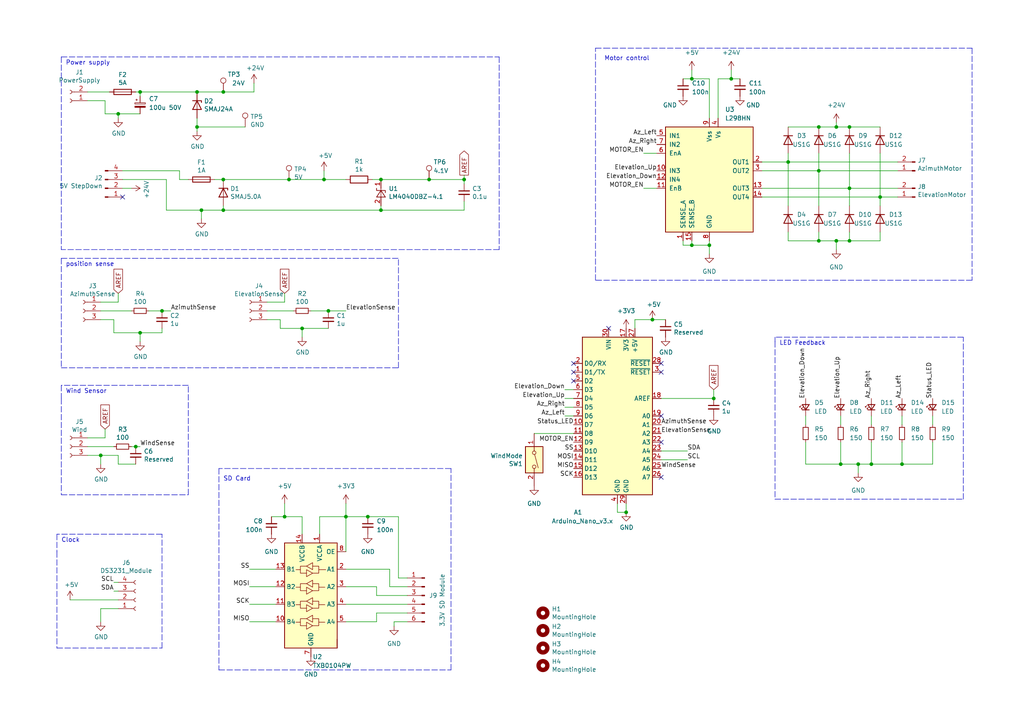
<source format=kicad_sch>
(kicad_sch (version 20211123) (generator eeschema)
  (paper "A4")
  (lib_symbols
    (symbol "Connector:Conn_01x02_Female" (pin_names (offset 1.016) hide)
      (property "Reference" "J" (at 0 2.54 0))
      (property "Value" "Conn_01x02_Female" (at 0 -5.08 0))
      (symbol "Conn_01x02_Female_1_1"
        (pin passive line (at -5.08 0 0) (length 3.81) (name "Pin_1") (number "1"))
        (pin passive line (at -5.08 -2.54 0) (length 3.81) (name "Pin_2") (number "2"))
      )
    )
    (symbol "Connector:Conn_01x02_Male" (pin_names (offset 1.016) hide)
      (property "Reference" "J" (at 0 2.54 0))
      (property "Value" "Conn_01x02_Male" (at 0 -5.08 0))
      (symbol "Conn_01x02_Male_1_1"
        (pin passive line (at 5.08 0 180) (length 3.81) (name "Pin_1") (number "1"))
        (pin passive line (at 5.08 -2.54 180) (length 3.81) (name "Pin_2") (number "2"))
      )
    )
    (symbol "Connector:Conn_01x03_Female" (pin_names (offset 1.016) hide)
      (property "Reference" "J" (at 0 5.08 0))
      (property "Value" "Conn_01x03_Female" (at 0 -5.08 0))
      (symbol "Conn_01x03_Female_1_1"
        (pin passive line (at -5.08 2.54 0) (length 3.81) (name "Pin_1") (number "1"))
        (pin passive line (at -5.08 0 0) (length 3.81) (name "Pin_2") (number "2"))
        (pin passive line (at -5.08 -2.54 0) (length 3.81) (name "Pin_3") (number "3"))
      )
    )
    (symbol "Connector:Conn_01x04_Female" (pin_names (offset 1.016) hide)
      (property "Reference" "J" (at 0 5.08 0))
      (property "Value" "Conn_01x04_Female" (at 0 -7.62 0))
      (symbol "Conn_01x04_Female_1_1"
        (pin passive line (at -5.08 2.54 0) (length 3.81) (name "Pin_1") (number "1"))
        (pin passive line (at -5.08 0 0) (length 3.81) (name "Pin_2") (number "2"))
        (pin passive line (at -5.08 -2.54 0) (length 3.81) (name "Pin_3") (number "3"))
        (pin passive line (at -5.08 -5.08 0) (length 3.81) (name "Pin_4") (number "4"))
      )
    )
    (symbol "Connector:Conn_01x04_Male" (pin_names (offset 1.016) hide)
      (property "Reference" "J" (at 0 5.08 0))
      (property "Value" "Conn_01x04_Male" (at 0 -7.62 0))
      (symbol "Conn_01x04_Male_1_1"
        (pin passive line (at 5.08 2.54 180) (length 3.81) (name "Pin_1") (number "1"))
        (pin passive line (at 5.08 0 180) (length 3.81) (name "Pin_2") (number "2"))
        (pin passive line (at 5.08 -2.54 180) (length 3.81) (name "Pin_3") (number "3"))
        (pin passive line (at 5.08 -5.08 180) (length 3.81) (name "Pin_4") (number "4"))
      )
    )
    (symbol "Connector:Conn_01x06_Male" (pin_names (offset 1.016) hide)
      (property "Reference" "J" (at 0 7.62 0))
      (property "Value" "Conn_01x06_Male" (at 0 -10.16 0))
      (symbol "Conn_01x06_Male_1_1"
        (pin passive line (at 5.08 5.08 180) (length 3.81) (name "Pin_1") (number "1"))
        (pin passive line (at 5.08 2.54 180) (length 3.81) (name "Pin_2") (number "2"))
        (pin passive line (at 5.08 0 180) (length 3.81) (name "Pin_3") (number "3"))
        (pin passive line (at 5.08 -2.54 180) (length 3.81) (name "Pin_4") (number "4"))
        (pin passive line (at 5.08 -5.08 180) (length 3.81) (name "Pin_5") (number "5"))
        (pin passive line (at 5.08 -7.62 180) (length 3.81) (name "Pin_6") (number "6"))
      )
    )
    (symbol "Connector:TestPoint" (pin_numbers hide) (pin_names (offset 0.762) hide)
      (property "Reference" "TP" (at 0 6.858 0))
      (property "Value" "TestPoint" (at 0 5.08 0))
      (symbol "TestPoint_1_1"
        (pin passive line (at 0 0 90) (length 2.54) (name "1") (number "1"))
      )
    )
    (symbol "Device:C_Polarized_Small" (pin_numbers hide) (pin_names (offset 0.254) hide)
      (property "Reference" "C" (at 0.254 1.778 0))
      (property "Value" "C_Polarized_Small" (at 0.254 -2.032 0))
      (symbol "C_Polarized_Small_1_1"
        (pin passive line (at 0 2.54 270) (length 1.8542) (name "~") (number "1"))
        (pin passive line (at 0 -2.54 90) (length 1.8542) (name "~") (number "2"))
      )
    )
    (symbol "Device:C_Small" (pin_numbers hide) (pin_names (offset 0.254) hide)
      (property "Reference" "C" (at 0.254 1.778 0))
      (property "Value" "C_Small" (at 0.254 -2.032 0))
      (symbol "C_Small_1_1"
        (pin passive line (at 0 2.54 270) (length 2.032) (name "~") (number "1"))
        (pin passive line (at 0 -2.54 90) (length 2.032) (name "~") (number "2"))
      )
    )
    (symbol "Device:D_Zener" (pin_numbers hide) (pin_names (offset 1.016) hide)
      (property "Reference" "D" (at 0 2.54 0))
      (property "Value" "D_Zener" (at 0 -2.54 0))
      (symbol "D_Zener_1_1"
        (pin passive line (at -3.81 0 0) (length 2.54) (name "K") (number "1"))
        (pin passive line (at 3.81 0 180) (length 2.54) (name "A") (number "2"))
      )
    )
    (symbol "Device:Fuse" (pin_numbers hide) (pin_names (offset 0))
      (property "Reference" "F" (at 2.032 0 90))
      (property "Value" "Fuse" (at -1.905 0 90))
      (symbol "Fuse_1_1"
        (pin passive line (at 0 3.81 270) (length 1.27) (name "~") (number "1"))
        (pin passive line (at 0 -3.81 90) (length 1.27) (name "~") (number "2"))
      )
    )
    (symbol "Device:LED_Small" (pin_numbers hide) (pin_names (offset 0.254) hide)
      (property "Reference" "D" (at -1.27 3.175 0))
      (property "Value" "LED_Small" (at -4.445 -2.54 0))
      (symbol "LED_Small_1_1"
        (pin passive line (at -2.54 0 0) (length 1.778) (name "K") (number "1"))
        (pin passive line (at 2.54 0 180) (length 1.778) (name "A") (number "2"))
      )
    )
    (symbol "Device:R" (pin_numbers hide) (pin_names (offset 0))
      (property "Reference" "R" (at 2.032 0 90))
      (property "Value" "R" (at 0 0 90))
      (symbol "R_1_1"
        (pin passive line (at 0 3.81 270) (length 1.27) (name "~") (number "1"))
        (pin passive line (at 0 -3.81 90) (length 1.27) (name "~") (number "2"))
      )
    )
    (symbol "Device:R_Small" (pin_numbers hide) (pin_names (offset 0.254) hide)
      (property "Reference" "R" (at 0.762 0.508 0))
      (property "Value" "R_Small" (at 0.762 -1.016 0))
      (symbol "R_Small_1_1"
        (pin passive line (at 0 2.54 270) (length 0.762) (name "~") (number "1"))
        (pin passive line (at 0 -2.54 90) (length 0.762) (name "~") (number "2"))
      )
    )
    (symbol "Diode:US1G" (pin_numbers hide) (pin_names (offset 1.016) hide)
      (property "Reference" "D" (at 0 2.54 0))
      (property "Value" "US1G" (at 0 -2.54 0))
      (symbol "US1G_1_1"
        (pin passive line (at -3.81 0 0) (length 2.54) (name "K") (number "1"))
        (pin passive line (at 3.81 0 180) (length 2.54) (name "A") (number "2"))
      )
    )
    (symbol "Driver_Motor:L298HN" (pin_names (offset 1.016))
      (property "Reference" "U" (at -10.16 16.51 0))
      (property "Value" "L298HN" (at 12.7 16.51 0))
      (symbol "L298HN_1_1"
        (pin power_in line (at -7.62 -17.78 90) (length 2.54) (name "SENSE_A") (number "1"))
        (pin input line (at -15.24 2.54 0) (length 2.54) (name "IN3") (number "10"))
        (pin input line (at -15.24 -2.54 0) (length 2.54) (name "EnB") (number "11"))
        (pin input line (at -15.24 0 0) (length 2.54) (name "IN4") (number "12"))
        (pin output line (at 15.24 -2.54 180) (length 2.54) (name "OUT3") (number "13"))
        (pin output line (at 15.24 -5.08 180) (length 2.54) (name "OUT4") (number "14"))
        (pin power_in line (at -5.08 -17.78 90) (length 2.54) (name "SENSE_B") (number "15"))
        (pin output line (at 15.24 5.08 180) (length 2.54) (name "OUT1") (number "2"))
        (pin output line (at 15.24 2.54 180) (length 2.54) (name "OUT2") (number "3"))
        (pin power_in line (at 2.54 17.78 270) (length 2.54) (name "Vs") (number "4"))
        (pin input line (at -15.24 12.7 0) (length 2.54) (name "IN1") (number "5"))
        (pin input line (at -15.24 7.62 0) (length 2.54) (name "EnA") (number "6"))
        (pin input line (at -15.24 10.16 0) (length 2.54) (name "IN2") (number "7"))
        (pin power_in line (at 0 -17.78 90) (length 2.54) (name "GND") (number "8"))
        (pin power_in line (at 0 17.78 270) (length 2.54) (name "Vss") (number "9"))
      )
    )
    (symbol "Logic_LevelTranslator:TXB0104PW"
      (property "Reference" "U" (at -6.35 16.51 0))
      (property "Value" "TXB0104PW" (at 3.81 16.51 0))
      (symbol "TXB0104PW_1_1"
        (pin power_in line (at -2.54 17.78 270) (length 2.54) (name "VCCA") (number "1"))
        (pin bidirectional line (at 10.16 -7.62 180) (length 2.54) (name "B4") (number "10"))
        (pin bidirectional line (at 10.16 -2.54 180) (length 2.54) (name "B3") (number "11"))
        (pin bidirectional line (at 10.16 2.54 180) (length 2.54) (name "B2") (number "12"))
        (pin bidirectional line (at 10.16 7.62 180) (length 2.54) (name "B1") (number "13"))
        (pin power_in line (at 2.54 17.78 270) (length 2.54) (name "VCCB") (number "14"))
        (pin bidirectional line (at -10.16 7.62 0) (length 2.54) (name "A1") (number "2"))
        (pin bidirectional line (at -10.16 2.54 0) (length 2.54) (name "A2") (number "3"))
        (pin bidirectional line (at -10.16 -2.54 0) (length 2.54) (name "A3") (number "4"))
        (pin bidirectional line (at -10.16 -7.62 0) (length 2.54) (name "A4") (number "5"))
        (pin no_connect line (at -10.16 -12.7 0) (length 2.54) hide (name "NC") (number "6"))
        (pin power_in line (at 0 -17.78 90) (length 2.54) (name "GND") (number "7"))
        (pin input line (at -10.16 12.7 0) (length 2.54) (name "OE") (number "8"))
        (pin no_connect line (at 10.16 -12.7 180) (length 2.54) hide (name "NC") (number "9"))
      )
    )
    (symbol "MCU_Module:Arduino_Nano_v3.x"
      (property "Reference" "A" (at -10.16 23.495 0))
      (property "Value" "Arduino_Nano_v3.x" (at 5.08 -24.13 0))
      (symbol "Arduino_Nano_v3.x_1_1"
        (pin bidirectional line (at -12.7 12.7 0) (length 2.54) (name "D1/TX") (number "1"))
        (pin bidirectional line (at -12.7 -2.54 0) (length 2.54) (name "D7") (number "10"))
        (pin bidirectional line (at -12.7 -5.08 0) (length 2.54) (name "D8") (number "11"))
        (pin bidirectional line (at -12.7 -7.62 0) (length 2.54) (name "D9") (number "12"))
        (pin bidirectional line (at -12.7 -10.16 0) (length 2.54) (name "D10") (number "13"))
        (pin bidirectional line (at -12.7 -12.7 0) (length 2.54) (name "D11") (number "14"))
        (pin bidirectional line (at -12.7 -15.24 0) (length 2.54) (name "D12") (number "15"))
        (pin bidirectional line (at -12.7 -17.78 0) (length 2.54) (name "D13") (number "16"))
        (pin power_out line (at 2.54 25.4 270) (length 2.54) (name "3V3") (number "17"))
        (pin input line (at 12.7 5.08 180) (length 2.54) (name "AREF") (number "18"))
        (pin bidirectional line (at 12.7 0 180) (length 2.54) (name "A0") (number "19"))
        (pin bidirectional line (at -12.7 15.24 0) (length 2.54) (name "D0/RX") (number "2"))
        (pin bidirectional line (at 12.7 -2.54 180) (length 2.54) (name "A1") (number "20"))
        (pin bidirectional line (at 12.7 -5.08 180) (length 2.54) (name "A2") (number "21"))
        (pin bidirectional line (at 12.7 -7.62 180) (length 2.54) (name "A3") (number "22"))
        (pin bidirectional line (at 12.7 -10.16 180) (length 2.54) (name "A4") (number "23"))
        (pin bidirectional line (at 12.7 -12.7 180) (length 2.54) (name "A5") (number "24"))
        (pin bidirectional line (at 12.7 -15.24 180) (length 2.54) (name "A6") (number "25"))
        (pin bidirectional line (at 12.7 -17.78 180) (length 2.54) (name "A7") (number "26"))
        (pin power_out line (at 5.08 25.4 270) (length 2.54) (name "+5V") (number "27"))
        (pin input line (at 12.7 15.24 180) (length 2.54) (name "~{RESET}") (number "28"))
        (pin power_in line (at 2.54 -25.4 90) (length 2.54) (name "GND") (number "29"))
        (pin input line (at 12.7 12.7 180) (length 2.54) (name "~{RESET}") (number "3"))
        (pin power_in line (at -2.54 25.4 270) (length 2.54) (name "VIN") (number "30"))
        (pin power_in line (at 0 -25.4 90) (length 2.54) (name "GND") (number "4"))
        (pin bidirectional line (at -12.7 10.16 0) (length 2.54) (name "D2") (number "5"))
        (pin bidirectional line (at -12.7 7.62 0) (length 2.54) (name "D3") (number "6"))
        (pin bidirectional line (at -12.7 5.08 0) (length 2.54) (name "D4") (number "7"))
        (pin bidirectional line (at -12.7 2.54 0) (length 2.54) (name "D5") (number "8"))
        (pin bidirectional line (at -12.7 0 0) (length 2.54) (name "D6") (number "9"))
      )
    )
    (symbol "Mechanical:MountingHole" (pin_names (offset 1.016))
      (property "Reference" "H" (at 0 5.08 0))
      (property "Value" "MountingHole" (at 0 3.175 0))
    )
    (symbol "Reference_Voltage:LM4040DBZ-4.1" (pin_names (offset 0.0254) hide)
      (property "Reference" "U" (at 0 2.54 0))
      (property "Value" "LM4040DBZ-4.1" (at 0 -3.175 0))
      (symbol "LM4040DBZ-4.1_1_1"
        (pin passive line (at 3.81 0 180) (length 2.54) (name "K") (number "1"))
        (pin passive line (at -3.81 0 0) (length 2.54) (name "A") (number "2"))
      )
    )
    (symbol "Switch:SW_DIP_x01" (pin_names (offset 0) hide)
      (property "Reference" "SW" (at 0 3.81 0))
      (property "Value" "SW_DIP_x01" (at 0 -3.81 0))
      (symbol "SW_DIP_x01_1_1"
        (pin passive line (at -7.62 0 0) (length 5.08) (name "~") (number "1"))
        (pin passive line (at 7.62 0 180) (length 5.08) (name "~") (number "2"))
      )
    )
    (symbol "power:+24V" (power) (pin_names (offset 0))
      (property "Value" "+24V" (at 0 3.556 0))
      (symbol "+24V_1_1"
        (pin power_in line (at 0 0 90) (length 0) hide (name "+24V") (number "1"))
      )
    )
    (symbol "power:+3.3V" (power) (pin_names (offset 0))
      (property "Value" "+3.3V" (at 0 3.556 0))
      (symbol "+3.3V_1_1"
        (pin power_in line (at 0 0 90) (length 0) hide (name "+3V3") (number "1"))
      )
    )
    (symbol "power:+5V" (power) (pin_names (offset 0))
      (property "Value" "+5V" (at 0 3.556 0))
      (symbol "+5V_1_1"
        (pin power_in line (at 0 0 90) (length 0) hide (name "+5V") (number "1"))
      )
    )
    (symbol "power:GND" (power) (pin_names (offset 0))
      (property "Value" "GND" (at 0 -3.81 0))
      (symbol "GND_1_1"
        (pin power_in line (at 0 0 270) (length 0) hide (name "GND") (number "1"))
      )
    )
  )
  (junction (at 248.92 134.62))
  (junction (at 243.84 134.62))
  (junction (at 46.99 90.17))
  (junction (at 246.38 69.85))
  (junction (at 237.49 69.85))
  (junction (at 40.64 26.67))
  (junction (at 205.74 71.12))
  (junction (at 255.27 57.15))
  (junction (at 83.82 52.07))
  (junction (at 100.33 149.86))
  (junction (at 39.37 129.54))
  (junction (at 106.68 149.86))
  (junction (at 57.15 36.83))
  (junction (at 181.61 148.59))
  (junction (at 242.57 69.85))
  (junction (at 95.25 90.17))
  (junction (at 58.42 60.96))
  (junction (at 64.77 52.07))
  (junction (at 64.77 60.96))
  (junction (at 134.62 52.07))
  (junction (at 93.98 52.07))
  (junction (at 57.15 26.67))
  (junction (at 252.73 134.62))
  (junction (at 110.49 60.96))
  (junction (at 82.55 149.86))
  (junction (at 189.23 92.71))
  (junction (at 64.77 26.67))
  (junction (at 242.57 36.83))
  (junction (at 212.09 22.86))
  (junction (at 200.66 71.12))
  (junction (at 110.49 52.07))
  (junction (at 246.38 36.83))
  (junction (at 200.66 22.86))
  (junction (at 29.21 132.08))
  (junction (at 261.62 134.62))
  (junction (at 246.38 54.61))
  (junction (at 40.64 96.52))
  (junction (at 124.46 52.07))
  (junction (at 237.49 49.53))
  (junction (at 34.29 33.02))
  (junction (at 237.49 36.83))
  (junction (at 87.63 95.25))
  (junction (at 207.01 115.57))
  (junction (at 228.6 46.99))
  (no_connect (at 166.37 107.95))
  (no_connect (at 166.37 105.41))
  (no_connect (at 191.77 105.41))
  (no_connect (at 166.37 110.49))
  (no_connect (at 191.77 120.65))
  (no_connect (at 191.77 128.27))
  (no_connect (at 191.77 138.43))
  (no_connect (at 191.77 107.95))
  (no_connect (at 35.56 57.15))
  (no_connect (at 176.53 95.25))
  (wire (pts (xy 184.15 92.71) (xy 189.23 92.71)))
  (wire (pts (xy 134.62 50.8) (xy 134.62 52.07)))
  (wire (pts (xy 208.28 22.86) (xy 212.09 22.86)))
  (wire (pts (xy 48.26 60.96) (xy 58.42 60.96)))
  (wire (pts (xy 100.33 146.05) (xy 100.33 149.86)))
  (wire (pts (xy 34.29 171.45) (xy 33.02 171.45)))
  (wire (pts (xy 64.77 60.96) (xy 64.77 59.69)))
  (wire (pts (xy 64.77 60.96) (xy 110.49 60.96)))
  (wire (pts (xy 184.15 95.25) (xy 184.15 92.71)))
  (wire (pts (xy 113.03 170.18) (xy 113.03 165.1)))
  (wire (pts (xy 114.3 180.34) (xy 118.11 180.34)))
  (wire (pts (xy 48.26 52.07) (xy 48.26 60.96)))
  (polyline (pts (xy 172.72 81.28) (xy 172.72 13.97)))
  (wire (pts (xy 33.02 168.91) (xy 34.29 168.91)))
  (wire (pts (xy 200.66 22.86) (xy 198.12 22.86)))
  (wire (pts (xy 233.68 134.62) (xy 243.84 134.62)))
  (wire (pts (xy 205.74 69.85) (xy 205.74 71.12)))
  (polyline (pts (xy 224.79 99.06) (xy 224.79 144.78)))
  (wire (pts (xy 87.63 149.86) (xy 82.55 149.86)))
  (polyline (pts (xy 17.78 74.93) (xy 17.78 106.68)))
  (wire (pts (xy 30.48 33.02) (xy 30.48 29.21)))
  (wire (pts (xy 107.95 52.07) (xy 110.49 52.07)))
  (wire (pts (xy 25.4 26.67) (xy 31.75 26.67)))
  (polyline (pts (xy 16.51 154.94) (xy 16.51 160.02)))
  (wire (pts (xy 77.47 92.71) (xy 81.28 92.71)))
  (wire (pts (xy 34.29 33.02) (xy 30.48 33.02)))
  (wire (pts (xy 57.15 36.83) (xy 71.12 36.83)))
  (wire (pts (xy 212.09 20.32) (xy 212.09 22.86)))
  (wire (pts (xy 255.27 44.45) (xy 255.27 57.15)))
  (wire (pts (xy 205.74 34.29) (xy 205.74 22.86)))
  (polyline (pts (xy 17.78 115.57) (xy 17.78 143.51)))
  (wire (pts (xy 35.56 52.07) (xy 48.26 52.07)))
  (wire (pts (xy 114.3 181.61) (xy 114.3 180.34)))
  (wire (pts (xy 261.62 128.27) (xy 261.62 134.62)))
  (wire (pts (xy 40.64 27.94) (xy 40.64 26.67)))
  (wire (pts (xy 246.38 36.83) (xy 255.27 36.83)))
  (polyline (pts (xy 115.57 106.68) (xy 115.57 74.93)))
  (wire (pts (xy 243.84 134.62) (xy 248.92 134.62)))
  (wire (pts (xy 92.71 149.86) (xy 92.71 154.94)))
  (wire (pts (xy 34.29 134.62) (xy 39.37 134.62)))
  (wire (pts (xy 100.33 160.02) (xy 100.33 149.86)))
  (wire (pts (xy 200.66 22.86) (xy 205.74 22.86)))
  (wire (pts (xy 270.51 128.27) (xy 270.51 134.62)))
  (wire (pts (xy 82.55 87.63) (xy 77.47 87.63)))
  (wire (pts (xy 242.57 69.85) (xy 242.57 72.39)))
  (wire (pts (xy 82.55 85.09) (xy 82.55 87.63)))
  (wire (pts (xy 237.49 36.83) (xy 242.57 36.83)))
  (wire (pts (xy 87.63 154.94) (xy 87.63 149.86)))
  (polyline (pts (xy 224.79 144.78) (xy 279.4 144.78)))
  (polyline (pts (xy 54.61 111.76) (xy 17.78 111.76)))
  (wire (pts (xy 34.29 33.02) (xy 34.29 34.29)))
  (wire (pts (xy 243.84 128.27) (xy 243.84 134.62)))
  (wire (pts (xy 72.39 170.18) (xy 80.01 170.18)))
  (wire (pts (xy 191.77 133.35) (xy 199.39 133.35)))
  (wire (pts (xy 34.29 132.08) (xy 34.29 134.62)))
  (wire (pts (xy 115.57 149.86) (xy 115.57 167.64)))
  (wire (pts (xy 255.27 57.15) (xy 255.27 59.69)))
  (wire (pts (xy 100.33 175.26) (xy 118.11 175.26)))
  (wire (pts (xy 30.48 29.21) (xy 25.4 29.21)))
  (wire (pts (xy 40.64 26.67) (xy 57.15 26.67)))
  (wire (pts (xy 113.03 165.1) (xy 100.33 165.1)))
  (wire (pts (xy 179.07 146.05) (xy 179.07 148.59)))
  (wire (pts (xy 33.02 96.52) (xy 40.64 96.52)))
  (wire (pts (xy 134.62 52.07) (xy 134.62 53.34)))
  (wire (pts (xy 83.82 52.07) (xy 93.98 52.07)))
  (wire (pts (xy 246.38 54.61) (xy 260.35 54.61)))
  (wire (pts (xy 110.49 60.96) (xy 110.49 59.69)))
  (polyline (pts (xy 224.79 97.79) (xy 224.79 99.06)))
  (wire (pts (xy 242.57 35.56) (xy 242.57 36.83)))
  (wire (pts (xy 186.69 54.61) (xy 190.5 54.61)))
  (wire (pts (xy 198.12 71.12) (xy 200.66 71.12)))
  (wire (pts (xy 109.22 170.18) (xy 109.22 172.72)))
  (wire (pts (xy 115.57 167.64) (xy 118.11 167.64)))
  (wire (pts (xy 248.92 134.62) (xy 252.73 134.62)))
  (wire (pts (xy 90.17 90.17) (xy 95.25 90.17)))
  (wire (pts (xy 237.49 69.85) (xy 242.57 69.85)))
  (polyline (pts (xy 175.26 13.97) (xy 281.94 13.97)))
  (wire (pts (xy 82.55 146.05) (xy 82.55 149.86)))
  (wire (pts (xy 39.37 26.67) (xy 40.64 26.67)))
  (wire (pts (xy 95.25 90.17) (xy 100.33 90.17)))
  (wire (pts (xy 198.12 69.85) (xy 198.12 71.12)))
  (wire (pts (xy 25.4 129.54) (xy 33.02 129.54)))
  (wire (pts (xy 29.21 132.08) (xy 34.29 132.08)))
  (wire (pts (xy 246.38 44.45) (xy 246.38 54.61)))
  (polyline (pts (xy 16.51 187.96) (xy 46.99 187.96)))
  (wire (pts (xy 261.62 134.62) (xy 270.51 134.62)))
  (polyline (pts (xy 17.78 106.68) (xy 115.57 106.68)))
  (wire (pts (xy 242.57 69.85) (xy 246.38 69.85)))
  (wire (pts (xy 228.6 36.83) (xy 237.49 36.83)))
  (wire (pts (xy 243.84 120.65) (xy 243.84 123.19)))
  (wire (pts (xy 100.33 149.86) (xy 92.71 149.86)))
  (wire (pts (xy 163.83 120.65) (xy 166.37 120.65)))
  (wire (pts (xy 57.15 26.67) (xy 64.77 26.67)))
  (wire (pts (xy 252.73 120.65) (xy 252.73 123.19)))
  (wire (pts (xy 248.92 134.62) (xy 248.92 137.16)))
  (wire (pts (xy 233.68 120.65) (xy 233.68 123.19)))
  (wire (pts (xy 252.73 134.62) (xy 261.62 134.62)))
  (wire (pts (xy 163.83 115.57) (xy 166.37 115.57)))
  (wire (pts (xy 255.27 57.15) (xy 260.35 57.15)))
  (wire (pts (xy 29.21 92.71) (xy 33.02 92.71)))
  (polyline (pts (xy 279.4 97.79) (xy 224.79 97.79)))
  (wire (pts (xy 212.09 22.86) (xy 214.63 22.86)))
  (wire (pts (xy 208.28 34.29) (xy 208.28 22.86)))
  (wire (pts (xy 77.47 90.17) (xy 85.09 90.17)))
  (wire (pts (xy 93.98 49.53) (xy 93.98 52.07)))
  (polyline (pts (xy 279.4 144.78) (xy 279.4 97.79)))
  (wire (pts (xy 220.98 54.61) (xy 246.38 54.61)))
  (wire (pts (xy 124.46 52.07) (xy 134.62 52.07)))
  (wire (pts (xy 242.57 36.83) (xy 246.38 36.83)))
  (wire (pts (xy 189.23 92.71) (xy 193.04 92.71)))
  (wire (pts (xy 80.01 180.34) (xy 72.39 180.34)))
  (wire (pts (xy 73.66 26.67) (xy 73.66 24.13)))
  (wire (pts (xy 154.94 125.73) (xy 166.37 125.73)))
  (wire (pts (xy 109.22 177.8) (xy 109.22 180.34)))
  (wire (pts (xy 220.98 49.53) (xy 237.49 49.53)))
  (wire (pts (xy 228.6 46.99) (xy 228.6 59.69)))
  (wire (pts (xy 52.07 52.07) (xy 52.07 49.53)))
  (wire (pts (xy 220.98 57.15) (xy 255.27 57.15)))
  (wire (pts (xy 118.11 177.8) (xy 109.22 177.8)))
  (wire (pts (xy 87.63 95.25) (xy 95.25 95.25)))
  (wire (pts (xy 29.21 132.08) (xy 29.21 134.62)))
  (polyline (pts (xy 144.78 72.39) (xy 17.78 72.39)))
  (wire (pts (xy 57.15 36.83) (xy 57.15 38.1)))
  (polyline (pts (xy 63.5 135.89) (xy 63.5 194.31)))
  (wire (pts (xy 33.02 92.71) (xy 33.02 96.52)))
  (wire (pts (xy 57.15 34.29) (xy 57.15 36.83)))
  (wire (pts (xy 109.22 172.72) (xy 118.11 172.72)))
  (wire (pts (xy 228.6 67.31) (xy 228.6 69.85)))
  (wire (pts (xy 237.49 44.45) (xy 237.49 49.53)))
  (wire (pts (xy 110.49 60.96) (xy 134.62 60.96)))
  (wire (pts (xy 100.33 170.18) (xy 109.22 170.18)))
  (wire (pts (xy 179.07 148.59) (xy 181.61 148.59)))
  (wire (pts (xy 246.38 54.61) (xy 246.38 59.69)))
  (wire (pts (xy 72.39 175.26) (xy 80.01 175.26)))
  (polyline (pts (xy 17.78 143.51) (xy 54.61 143.51)))
  (wire (pts (xy 228.6 44.45) (xy 228.6 46.99)))
  (wire (pts (xy 100.33 149.86) (xy 106.68 149.86)))
  (wire (pts (xy 54.61 52.07) (xy 52.07 52.07)))
  (wire (pts (xy 30.48 127) (xy 25.4 127)))
  (wire (pts (xy 233.68 128.27) (xy 233.68 134.62)))
  (polyline (pts (xy 17.78 16.51) (xy 17.78 72.39)))
  (polyline (pts (xy 46.99 187.96) (xy 46.99 154.94)))
  (wire (pts (xy 29.21 90.17) (xy 38.1 90.17)))
  (wire (pts (xy 270.51 120.65) (xy 270.51 123.19)))
  (polyline (pts (xy 16.51 160.02) (xy 16.51 187.96)))
  (wire (pts (xy 237.49 67.31) (xy 237.49 69.85)))
  (wire (pts (xy 200.66 20.32) (xy 200.66 22.86)))
  (wire (pts (xy 110.49 52.07) (xy 124.46 52.07)))
  (wire (pts (xy 237.49 49.53) (xy 237.49 59.69)))
  (wire (pts (xy 34.29 176.53) (xy 29.21 176.53)))
  (polyline (pts (xy 46.99 154.94) (xy 16.51 154.94)))
  (wire (pts (xy 34.29 87.63) (xy 29.21 87.63)))
  (wire (pts (xy 255.27 69.85) (xy 255.27 67.31)))
  (polyline (pts (xy 130.81 194.31) (xy 130.81 135.89)))
  (polyline (pts (xy 144.78 16.51) (xy 144.78 72.39)))
  (wire (pts (xy 80.01 165.1) (xy 72.39 165.1)))
  (wire (pts (xy 191.77 130.81) (xy 199.39 130.81)))
  (wire (pts (xy 118.11 170.18) (xy 113.03 170.18)))
  (polyline (pts (xy 17.78 111.76) (xy 17.78 115.57)))
  (wire (pts (xy 109.22 180.34) (xy 100.33 180.34)))
  (polyline (pts (xy 281.94 13.97) (xy 281.94 81.28)))
  (wire (pts (xy 38.1 129.54) (xy 39.37 129.54)))
  (wire (pts (xy 39.37 129.54) (xy 40.64 129.54)))
  (wire (pts (xy 40.64 99.06) (xy 40.64 96.52)))
  (wire (pts (xy 82.55 149.86) (xy 78.74 149.86)))
  (wire (pts (xy 252.73 128.27) (xy 252.73 134.62)))
  (wire (pts (xy 207.01 115.57) (xy 207.01 113.03)))
  (wire (pts (xy 30.48 124.46) (xy 30.48 127)))
  (wire (pts (xy 81.28 95.25) (xy 87.63 95.25)))
  (wire (pts (xy 93.98 52.07) (xy 100.33 52.07)))
  (wire (pts (xy 186.69 44.45) (xy 190.5 44.45)))
  (wire (pts (xy 40.64 33.02) (xy 34.29 33.02)))
  (wire (pts (xy 191.77 115.57) (xy 207.01 115.57)))
  (polyline (pts (xy 63.5 194.31) (xy 130.81 194.31)))
  (wire (pts (xy 43.18 90.17) (xy 46.99 90.17)))
  (wire (pts (xy 87.63 95.25) (xy 87.63 97.79)))
  (polyline (pts (xy 54.61 143.51) (xy 54.61 111.76)))
  (wire (pts (xy 38.1 54.61) (xy 35.56 54.61)))
  (wire (pts (xy 163.83 113.03) (xy 166.37 113.03)))
  (wire (pts (xy 200.66 69.85) (xy 200.66 71.12)))
  (polyline (pts (xy 130.81 135.89) (xy 63.5 135.89)))
  (polyline (pts (xy 172.72 13.97) (xy 175.26 13.97)))
  (wire (pts (xy 181.61 146.05) (xy 181.61 148.59)))
  (wire (pts (xy 58.42 63.5) (xy 58.42 60.96)))
  (wire (pts (xy 46.99 96.52) (xy 46.99 95.25)))
  (wire (pts (xy 25.4 132.08) (xy 29.21 132.08)))
  (wire (pts (xy 228.6 46.99) (xy 260.35 46.99)))
  (polyline (pts (xy 281.94 81.28) (xy 172.72 81.28)))
  (wire (pts (xy 64.77 26.67) (xy 73.66 26.67)))
  (wire (pts (xy 261.62 120.65) (xy 261.62 123.19)))
  (wire (pts (xy 20.32 173.99) (xy 34.29 173.99)))
  (wire (pts (xy 46.99 90.17) (xy 49.53 90.17)))
  (wire (pts (xy 163.83 118.11) (xy 166.37 118.11)))
  (wire (pts (xy 58.42 60.96) (xy 64.77 60.96)))
  (polyline (pts (xy 17.78 74.93) (xy 115.57 74.93)))
  (wire (pts (xy 205.74 71.12) (xy 205.74 73.66)))
  (wire (pts (xy 40.64 96.52) (xy 46.99 96.52)))
  (wire (pts (xy 220.98 46.99) (xy 228.6 46.99)))
  (polyline (pts (xy 17.78 16.51) (xy 144.78 16.51)))
  (wire (pts (xy 35.56 49.53) (xy 52.07 49.53)))
  (wire (pts (xy 246.38 69.85) (xy 255.27 69.85)))
  (wire (pts (xy 134.62 58.42) (xy 134.62 60.96)))
  (wire (pts (xy 200.66 71.12) (xy 205.74 71.12)))
  (wire (pts (xy 246.38 67.31) (xy 246.38 69.85)))
  (wire (pts (xy 29.21 176.53) (xy 29.21 180.34)))
  (wire (pts (xy 106.68 149.86) (xy 115.57 149.86)))
  (wire (pts (xy 62.23 52.07) (xy 64.77 52.07)))
  (wire (pts (xy 34.29 85.09) (xy 34.29 87.63)))
  (wire (pts (xy 81.28 95.25) (xy 81.28 92.71)))
  (wire (pts (xy 237.49 49.53) (xy 260.35 49.53)))
  (wire (pts (xy 64.77 52.07) (xy 83.82 52.07)))
  (wire (pts (xy 228.6 69.85) (xy 237.49 69.85)))
  (text "LED Feedback" (at 226.06 100.33 0) (effects (font (size 1.27 1.27)) (justify left bottom)))
  (text "Wind Sensor" (at 19.05 114.3 0) (effects (font (size 1.27 1.27)) (justify left bottom)))
  (text "Motor control" (at 175.26 17.78 0) (effects (font (size 1.27 1.27)) (justify left bottom)))
  (text "Power supply" (at 19.05 19.05 0) (effects (font (size 1.27 1.27)) (justify left bottom)))
  (text "position sense" (at 19.05 77.47 0) (effects (font (size 1.27 1.27)) (justify left bottom)))
  (text "SD Card" (at 64.77 139.7 0) (effects (font (size 1.27 1.27)) (justify left bottom)))
  (text "Clock" (at 17.78 157.48 0) (effects (font (size 1.27 1.27)) (justify left bottom)))
  (label "Elevation_Up" (at 243.84 115.57 90))
  (label "ElevationSense" (at 100.33 90.17 0))
  (label "MISO" (at 72.39 180.34 180))
  (label "Status_LED" (at 166.37 123.19 180))
  (label "Az_Right" (at 190.5 41.91 180))
  (label "AzimuthSense" (at 191.77 123.19 0))
  (label "Az_Right" (at 163.83 118.11 180))
  (label "SS" (at 72.39 165.1 180))
  (label "Status_LED" (at 270.51 115.57 90))
  (label "Az_Left" (at 261.62 115.57 90))
  (label "MOSI" (at 72.39 170.18 180))
  (label "MOTOR_EN" (at 186.69 54.61 180))
  (label "MOSI" (at 166.37 133.35 180))
  (label "Az_Left" (at 163.83 120.65 180))
  (label "SDA" (at 33.02 171.45 180))
  (label "ElevationSense" (at 191.77 125.73 0))
  (label "Az_Right" (at 252.73 115.57 90))
  (label "MOTOR_EN" (at 166.37 128.27 180))
  (label "SCL" (at 199.39 133.35 0))
  (label "MOTOR_EN" (at 186.69 44.45 180))
  (label "Elevation_Up" (at 163.83 115.57 180))
  (label "Elevation_Up" (at 190.5 49.53 180))
  (label "Elevation_Down" (at 190.5 52.07 180))
  (label "SDA" (at 199.39 130.81 0))
  (label "AzimuthSense" (at 49.53 90.17 0))
  (label "MISO" (at 166.37 135.89 180))
  (label "Az_Left" (at 190.5 39.37 180))
  (label "SCK" (at 72.39 175.26 180))
  (label "WindSense" (at 191.77 135.89 0))
  (label "Elevation_Down" (at 233.68 115.57 90))
  (label "SCL" (at 33.02 168.91 180))
  (label "SCK" (at 166.37 138.43 180))
  (label "SS" (at 166.37 130.81 180))
  (label "WindSense" (at 40.64 129.54 0))
  (label "Elevation_Down" (at 163.83 113.03 180))
  (global_label "AREF" (shape input) (at 34.29 85.09 90) (property "Intersheet References" "${INTERSHEET_REFS}" (effects hide)))
  (global_label "AREF" (shape input) (at 207.01 113.03 90) (property "Intersheet References" "${INTERSHEET_REFS}" (effects hide)))
  (global_label "AREF" (shape input) (at 82.55 85.09 90) (property "Intersheet References" "${INTERSHEET_REFS}" (effects hide)))
  (global_label "AREF" (shape output) (at 134.62 50.8 90) (property "Intersheet References" "${INTERSHEET_REFS}" (effects hide)))
  (global_label "AREF" (shape input) (at 30.48 124.46 90) (property "Intersheet References" "${INTERSHEET_REFS}" (effects hide)))
  (symbol (lib_id "MCU_Module:Arduino_Nano_v3.x") (at 179.07 120.65 0) (unit 1)
    (property "Reference" "A1" (at 167.64 148.59 0))
    (property "Value" "Arduino_Nano_v3.x" (at 168.91 151.13 0))
    (property "Footprint" "Module:Arduino_Nano" (effects hide))
    (property "Datasheet" "http://www.mouser.com/pdfdocs/Gravitech_Arduino_Nano3_0.pdf" (effects hide))
  )
  (symbol (lib_id "Connector:Conn_01x04_Female") (at 39.37 173.99 0) (mirror x) (unit 1)
    (property "Reference" "J6" (at 36.6268 163.195 0))
    (property "Value" "DS3231_Module" (at 36.6268 165.5064 0))
    (property "Footprint" "footprints:DS3231_Module" (effects hide))
  )
  (symbol (lib_id "power:GND") (at 29.21 180.34 0) (unit 1)
    (property "Reference" "#PWR0101" (effects hide))
    (property "Value" "GND" (at 29.337 184.7342 0))
  )
  (symbol (lib_id "power:+5V") (at 20.32 173.99 0) (unit 1)
    (property "Reference" "#PWR0102" (effects hide))
    (property "Value" "+5V" (at 20.701 169.5958 0))
  )
  (symbol (lib_id "Connector:Conn_01x03_Female") (at 24.13 90.17 0) (mirror y) (unit 1)
    (property "Reference" "J3" (at 26.8732 82.931 0))
    (property "Value" "AzimuthSense" (at 26.8732 85.2424 0))
    (property "Footprint" "TerminalBlock_4Ucon:TerminalBlock_4Ucon_1x03_P3.50mm_Horizontal" (effects hide))
  )
  (symbol (lib_id "power:GND") (at 40.64 99.06 0) (unit 1)
    (property "Reference" "#PWR0105" (effects hide))
    (property "Value" "GND" (at 40.767 103.4542 0))
  )
  (symbol (lib_id "Connector:Conn_01x03_Female") (at 72.39 90.17 0) (mirror y) (unit 1)
    (property "Reference" "J4" (at 75.1332 82.931 0))
    (property "Value" "ElevationSense" (at 75.1332 85.2424 0))
    (property "Footprint" "TerminalBlock_4Ucon:TerminalBlock_4Ucon_1x03_P3.50mm_Horizontal" (effects hide))
  )
  (symbol (lib_id "power:GND") (at 87.63 97.79 0) (unit 1)
    (property "Reference" "#PWR0106" (effects hide))
    (property "Value" "GND" (at 87.757 102.1842 0))
  )
  (symbol (lib_id "Device:Fuse") (at 35.56 26.67 90) (unit 1)
    (property "Reference" "F2" (at 35.56 21.6662 90))
    (property "Value" "5A" (at 35.56 23.9776 90))
    (property "Footprint" "Fuse:Fuse_Blade_ATO_directSolder" (effects hide))
  )
  (symbol (lib_id "Connector:Conn_01x02_Female") (at 20.32 29.21 180) (unit 1)
    (property "Reference" "J1" (at 23.0632 20.955 0))
    (property "Value" "PowerSupply" (at 23.0632 23.2664 0))
    (property "Footprint" "TerminalBlock:TerminalBlock_bornier-2_P5.08mm" (effects hide))
  )
  (symbol (lib_id "power:GND") (at 34.29 34.29 0) (unit 1)
    (property "Reference" "#PWR0107" (effects hide))
    (property "Value" "GND" (at 34.417 38.6842 0))
  )
  (symbol (lib_id "Device:D_Zener") (at 57.15 30.48 270) (unit 1)
    (property "Reference" "D2" (at 59.1566 29.3116 90) (effects (justify left)))
    (property "Value" "SMAJ24A" (at 59.1566 31.623 90) (effects (justify left)))
    (property "Footprint" "Diode_SMD:D_SMA_Handsoldering" (effects hide))
  )
  (symbol (lib_id "power:GND") (at 57.15 38.1 0) (unit 1)
    (property "Reference" "#PWR0109" (effects hide))
    (property "Value" "GND" (at 57.277 42.4942 0))
  )
  (symbol (lib_id "Connector:Conn_01x02_Male") (at 265.43 49.53 180) (unit 1)
    (property "Reference" "J7" (at 266.1412 46.5328 0) (effects (justify right)))
    (property "Value" "AzimuthMotor" (at 266.1412 48.8442 0) (effects (justify right)))
    (property "Footprint" "TerminalBlock:TerminalBlock_bornier-2_P5.08mm" (effects hide))
  )
  (symbol (lib_id "Connector:Conn_01x02_Male") (at 265.43 57.15 180) (unit 1)
    (property "Reference" "J8" (at 266.1412 54.1528 0) (effects (justify right)))
    (property "Value" "ElevationMotor" (at 266.1412 56.4642 0) (effects (justify right)))
    (property "Footprint" "TerminalBlock:TerminalBlock_bornier-2_P5.08mm" (effects hide))
  )
  (symbol (lib_id "Connector:Conn_01x04_Male") (at 30.48 54.61 0) (mirror x) (unit 1)
    (property "Reference" "J2" (at 29.7688 51.6128 0) (effects (justify right)))
    (property "Value" "5V StepDown" (at 29.7688 53.9242 0) (effects (justify right)))
    (property "Footprint" "footprints:MiniStepDown" (effects hide))
  )
  (symbol (lib_id "power:+5V") (at 93.98 49.53 0) (unit 1)
    (property "Reference" "#PWR0123" (effects hide))
    (property "Value" "+5V" (at 94.361 45.1358 0))
  )
  (symbol (lib_id "Device:Fuse") (at 58.42 52.07 90) (unit 1)
    (property "Reference" "F1" (at 58.42 47.0662 90))
    (property "Value" "1A" (at 58.42 49.3776 90))
    (property "Footprint" "Fuse:Fuse_1206_3216Metric_Pad1.42x1.75mm_HandSolder" (effects hide))
  )
  (symbol (lib_id "Device:D_Zener") (at 64.77 55.88 270) (unit 1)
    (property "Reference" "D1" (at 66.7766 54.7116 90) (effects (justify left)))
    (property "Value" "SMAJ5.0A" (at 66.7766 57.023 90) (effects (justify left)))
    (property "Footprint" "Diode_SMD:D_SMA_Handsoldering" (effects hide))
  )
  (symbol (lib_id "power:GND") (at 58.42 63.5 0) (unit 1)
    (property "Reference" "#PWR0124" (effects hide))
    (property "Value" "GND" (at 58.547 67.8942 0))
  )
  (symbol (lib_id "Mechanical:MountingHole") (at 157.48 177.8 0) (unit 1)
    (property "Reference" "H1" (at 160.02 176.6316 0) (effects (justify left)))
    (property "Value" "MountingHole" (at 160.02 178.943 0) (effects (justify left)))
    (property "Footprint" "MountingHole:MountingHole_3mm_Pad_Via" (effects hide))
  )
  (symbol (lib_id "Mechanical:MountingHole") (at 157.48 182.88 0) (unit 1)
    (property "Reference" "H2" (at 160.02 181.7116 0) (effects (justify left)))
    (property "Value" "MountingHole" (at 160.02 184.023 0) (effects (justify left)))
    (property "Footprint" "MountingHole:MountingHole_3mm_Pad_Via" (effects hide))
  )
  (symbol (lib_id "Mechanical:MountingHole") (at 157.48 187.96 0) (unit 1)
    (property "Reference" "H3" (at 160.02 186.7916 0) (effects (justify left)))
    (property "Value" "MountingHole" (at 160.02 189.103 0) (effects (justify left)))
    (property "Footprint" "MountingHole:MountingHole_3mm_Pad_Via" (effects hide))
  )
  (symbol (lib_id "Mechanical:MountingHole") (at 157.48 193.04 0) (unit 1)
    (property "Reference" "H4" (at 160.02 191.8716 0) (effects (justify left)))
    (property "Value" "MountingHole" (at 160.02 194.183 0) (effects (justify left)))
    (property "Footprint" "MountingHole:MountingHole_3mm_Pad_Via" (effects hide))
  )
  (symbol (lib_id "Connector:Conn_01x03_Female") (at 20.32 129.54 0) (mirror y) (unit 1)
    (property "Reference" "J5" (at 23.0632 122.301 0))
    (property "Value" "Wind" (at 23.0632 124.6124 0))
    (property "Footprint" "TerminalBlock_4Ucon:TerminalBlock_4Ucon_1x03_P3.50mm_Horizontal" (effects hide))
  )
  (symbol (lib_id "power:GND") (at 29.21 134.62 0) (unit 1)
    (property "Reference" "#PWR0125" (effects hide))
    (property "Value" "GND" (at 29.337 139.0142 0))
  )
  (symbol (lib_id "Device:C_Small") (at 39.37 132.08 0) (unit 1)
    (property "Reference" "C6" (at 41.7068 130.9116 0) (effects (justify left)))
    (property "Value" "Reserved" (at 41.7068 133.223 0) (effects (justify left)))
    (property "Footprint" "Capacitor_SMD:C_0805_2012Metric_Pad1.18x1.45mm_HandSolder" (effects hide))
  )
  (symbol (lib_id "power:+5V") (at 189.23 92.71 0) (unit 1)
    (property "Reference" "#PWR0126" (effects hide))
    (property "Value" "+5V" (at 189.611 88.3158 0))
  )
  (symbol (lib_id "Reference_Voltage:LM4040DBZ-4.1") (at 110.49 55.88 90) (unit 1)
    (property "Reference" "U1" (at 112.7252 54.7116 90) (effects (justify right)))
    (property "Value" "LM4040DBZ-4.1" (at 112.7252 57.023 90) (effects (justify right)))
    (property "Footprint" "Package_TO_SOT_SMD:SOT-23" (effects hide))
    (property "Datasheet" "http://www.ti.com/lit/ds/symlink/lm4040-n.pdf" (effects hide))
  )
  (symbol (lib_id "Switch:SW_DIP_x01") (at 154.94 133.35 270) (unit 1)
    (property "Reference" "SW1" (at 151.638 134.5184 90) (effects (justify right)))
    (property "Value" "WindMode" (at 151.638 132.207 90) (effects (justify right)))
    (property "Footprint" "TerminalBlock_4Ucon:TerminalBlock_4Ucon_1x02_P3.50mm_Horizontal" (effects hide))
  )
  (symbol (lib_id "Device:R") (at 104.14 52.07 270) (unit 1)
    (property "Reference" "R1" (at 104.14 46.8122 90))
    (property "Value" "1k" (at 104.14 49.1236 90))
    (property "Footprint" "Resistor_SMD:R_0805_2012Metric_Pad1.20x1.40mm_HandSolder" (effects hide))
  )
  (symbol (lib_id "Device:C_Small") (at 134.62 55.88 0) (unit 1)
    (property "Reference" "C3" (at 136.9568 54.7116 0) (effects (justify left)))
    (property "Value" "0.1u" (at 136.9568 57.023 0) (effects (justify left)))
    (property "Footprint" "Capacitor_SMD:C_0805_2012Metric_Pad1.18x1.45mm_HandSolder" (effects hide))
  )
  (symbol (lib_id "Device:C_Small") (at 207.01 118.11 0) (unit 1)
    (property "Reference" "C4" (at 209.3468 116.9416 0) (effects (justify left)))
    (property "Value" "1u" (at 209.3468 119.253 0) (effects (justify left)))
    (property "Footprint" "Capacitor_SMD:C_0805_2012Metric_Pad1.18x1.45mm_HandSolder" (effects hide))
  )
  (symbol (lib_id "power:GND") (at 207.01 120.65 0) (unit 1)
    (property "Reference" "#PWR0127" (effects hide))
    (property "Value" "GND" (at 207.137 125.0442 0))
  )
  (symbol (lib_id "Device:C_Small") (at 46.99 92.71 0) (unit 1)
    (property "Reference" "C2" (at 49.3268 91.5416 0) (effects (justify left)))
    (property "Value" "1u" (at 49.3268 93.853 0) (effects (justify left)))
    (property "Footprint" "Capacitor_SMD:C_0805_2012Metric_Pad1.18x1.45mm_HandSolder" (effects hide))
  )
  (symbol (lib_id "Device:C_Small") (at 95.25 92.71 0) (unit 1)
    (property "Reference" "C1" (at 97.5868 91.5416 0) (effects (justify left)))
    (property "Value" "1u" (at 97.5868 93.853 0) (effects (justify left)))
    (property "Footprint" "Capacitor_SMD:C_0805_2012Metric_Pad1.18x1.45mm_HandSolder" (effects hide))
  )
  (symbol (lib_id "power:GND") (at 181.61 148.59 0) (unit 1)
    (property "Reference" "#PWR0128" (effects hide))
    (property "Value" "GND" (at 181.737 152.9842 0))
  )
  (symbol (lib_id "Device:R_Small") (at 40.64 90.17 270) (unit 1)
    (property "Reference" "R4" (at 40.64 85.1916 90))
    (property "Value" "100" (at 40.64 87.503 90))
    (property "Footprint" "Resistor_SMD:R_0805_2012Metric_Pad1.20x1.40mm_HandSolder" (effects hide))
  )
  (symbol (lib_id "Device:R_Small") (at 87.63 90.17 270) (unit 1)
    (property "Reference" "R2" (at 87.63 85.1916 90))
    (property "Value" "100" (at 87.63 87.503 90))
    (property "Footprint" "Resistor_SMD:R_0805_2012Metric_Pad1.20x1.40mm_HandSolder" (effects hide))
  )
  (symbol (lib_id "Device:R_Small") (at 35.56 129.54 270) (unit 1)
    (property "Reference" "R3" (at 35.56 124.5616 90))
    (property "Value" "100" (at 35.56 126.873 90))
    (property "Footprint" "Resistor_SMD:R_0805_2012Metric_Pad1.20x1.40mm_HandSolder" (effects hide))
  )
  (symbol (lib_id "Connector:TestPoint") (at 83.82 52.07 0) (unit 1)
    (property "Reference" "TP4" (at 85.2932 49.0728 0) (effects (justify left)))
    (property "Value" "5V" (at 85.2932 51.3842 0) (effects (justify left)))
    (property "Footprint" "TestPoint:TestPoint_THTPad_D2.0mm_Drill1.0mm" (effects hide))
  )
  (symbol (lib_id "Connector:TestPoint") (at 124.46 52.07 0) (unit 1)
    (property "Reference" "TP6" (at 125.73 46.99 0) (effects (justify left)))
    (property "Value" "4.1V" (at 125.73 49.53 0) (effects (justify left)))
    (property "Footprint" "TestPoint:TestPoint_THTPad_D2.0mm_Drill1.0mm" (effects hide))
  )
  (symbol (lib_id "Connector:TestPoint") (at 64.77 26.67 0) (unit 1)
    (property "Reference" "TP3" (at 66.04 21.59 0) (effects (justify left)))
    (property "Value" "24V" (at 67.31 24.13 0) (effects (justify left)))
    (property "Footprint" "TestPoint:TestPoint_THTPad_D2.0mm_Drill1.0mm" (effects hide))
  )
  (symbol (lib_id "Connector:TestPoint") (at 71.12 36.83 0) (unit 1)
    (property "Reference" "TP5" (at 72.5932 33.8328 0) (effects (justify left)))
    (property "Value" "GND" (at 72.5932 36.1442 0) (effects (justify left)))
    (property "Footprint" "TestPoint:TestPoint_THTPad_D2.0mm_Drill1.0mm" (effects hide))
  )
  (symbol (lib_id "power:+24V") (at 73.66 24.13 0) (unit 1)
    (property "Reference" "#PWR0103" (effects hide))
    (property "Value" "+24V" (at 74.041 19.7358 0))
  )
  (symbol (lib_id "power:+24V") (at 38.1 54.61 270) (unit 1)
    (property "Reference" "#PWR0108" (effects hide))
    (property "Value" "+24V" (at 42.4942 54.991 0))
  )
  (symbol (lib_id "Device:C_Small") (at 193.04 95.25 0) (unit 1)
    (property "Reference" "C5" (at 195.3768 94.0816 0) (effects (justify left)))
    (property "Value" "Reserved" (at 195.3768 96.393 0) (effects (justify left)))
    (property "Footprint" "Capacitor_SMD:C_0805_2012Metric_Pad1.18x1.45mm_HandSolder" (effects hide))
  )
  (symbol (lib_id "power:GND") (at 193.04 97.79 0) (unit 1)
    (property "Reference" "#PWR0129" (effects hide))
    (property "Value" "GND" (at 193.167 102.1842 0))
  )
  (symbol (lib_id "Diode:US1G") (at 237.49 40.64 270) (unit 1)
    (property "Reference" "D6" (at 240.03 39.37 90) (effects (justify left)))
    (property "Value" "US1G" (at 238.76 41.91 90) (effects (justify left)))
    (property "Footprint" "Diode_SMD:D_SMA" (effects hide))
    (property "Datasheet" "https://www.diodes.com/assets/Datasheets/ds16008.pdf" (effects hide))
  )
  (symbol (lib_id "Device:R_Small") (at 252.73 125.73 0) (unit 1)
    (property "Reference" "R7" (at 255.27 124.4599 0) (effects (justify left)))
    (property "Value" "150" (at 255.27 126.9999 0) (effects (justify left)))
    (property "Footprint" "Resistor_SMD:R_0805_2012Metric_Pad1.20x1.40mm_HandSolder" (effects hide))
  )
  (symbol (lib_id "Device:C_Small") (at 106.68 152.4 0) (unit 1)
    (property "Reference" "C9" (at 109.22 151.1362 0) (effects (justify left)))
    (property "Value" "100n" (at 109.22 153.6762 0) (effects (justify left)))
    (property "Footprint" "Capacitor_SMD:C_0805_2012Metric_Pad1.18x1.45mm_HandSolder" (effects hide))
  )
  (symbol (lib_id "Device:R_Small") (at 261.62 125.73 0) (unit 1)
    (property "Reference" "R8" (at 264.16 124.4599 0) (effects (justify left)))
    (property "Value" "150" (at 264.16 126.9999 0) (effects (justify left)))
    (property "Footprint" "Resistor_SMD:R_0805_2012Metric_Pad1.20x1.40mm_HandSolder" (effects hide))
  )
  (symbol (lib_id "Diode:US1G") (at 255.27 63.5 270) (unit 1)
    (property "Reference" "D13" (at 257.81 62.23 90) (effects (justify left)))
    (property "Value" "US1G" (at 256.54 64.77 90) (effects (justify left)))
    (property "Footprint" "Diode_SMD:D_SMA" (effects hide))
    (property "Datasheet" "https://www.diodes.com/assets/Datasheets/ds16008.pdf" (effects hide))
  )
  (symbol (lib_id "Device:LED_Small") (at 270.51 118.11 90) (unit 1)
    (property "Reference" "D15" (at 273.05 116.7764 90) (effects (justify right)))
    (property "Value" "LED" (at 273.05 119.3164 90) (effects (justify right)))
    (property "Footprint" "LED_SMD:LED_1206_3216Metric_Pad1.42x1.75mm_HandSolder" (effects hide))
  )
  (symbol (lib_id "Device:LED_Small") (at 252.73 118.11 90) (unit 1)
    (property "Reference" "D11" (at 255.27 116.7764 90) (effects (justify right)))
    (property "Value" "LED" (at 255.27 119.3164 90) (effects (justify right)))
    (property "Footprint" "LED_SMD:LED_1206_3216Metric_Pad1.42x1.75mm_HandSolder" (effects hide))
  )
  (symbol (lib_id "power:GND") (at 78.74 154.94 0) (unit 1)
    (property "Reference" "#PWR0113" (effects hide))
    (property "Value" "GND" (at 78.74 160.02 0))
  )
  (symbol (lib_id "Diode:US1G") (at 237.49 63.5 270) (unit 1)
    (property "Reference" "D7" (at 240.03 62.23 90) (effects (justify left)))
    (property "Value" "US1G" (at 238.76 64.77 90) (effects (justify left)))
    (property "Footprint" "Diode_SMD:D_SMA" (effects hide))
    (property "Datasheet" "https://www.diodes.com/assets/Datasheets/ds16008.pdf" (effects hide))
  )
  (symbol (lib_id "Device:C_Small") (at 198.12 25.4 0) (mirror y) (unit 1)
    (property "Reference" "C10" (at 200.66 24.1362 0) (effects (justify right)))
    (property "Value" "100n" (at 200.66 26.6762 0) (effects (justify right)))
    (property "Footprint" "Capacitor_SMD:C_0805_2012Metric_Pad1.18x1.45mm_HandSolder" (effects hide))
  )
  (symbol (lib_id "Diode:US1G") (at 255.27 40.64 270) (unit 1)
    (property "Reference" "D12" (at 257.81 39.37 90) (effects (justify left)))
    (property "Value" "US1G" (at 256.54 41.91 90) (effects (justify left)))
    (property "Footprint" "Diode_SMD:D_SMA" (effects hide))
    (property "Datasheet" "https://www.diodes.com/assets/Datasheets/ds16008.pdf" (effects hide))
  )
  (symbol (lib_id "Device:R_Small") (at 233.68 125.73 0) (unit 1)
    (property "Reference" "R5" (at 236.22 124.4599 0) (effects (justify left)))
    (property "Value" "150" (at 236.22 126.9999 0) (effects (justify left)))
    (property "Footprint" "Resistor_SMD:R_0805_2012Metric_Pad1.20x1.40mm_HandSolder" (effects hide))
  )
  (symbol (lib_id "Device:LED_Small") (at 261.62 118.11 90) (unit 1)
    (property "Reference" "D14" (at 264.16 116.7764 90) (effects (justify right)))
    (property "Value" "LED" (at 264.16 119.3164 90) (effects (justify right)))
    (property "Footprint" "LED_SMD:LED_1206_3216Metric_Pad1.42x1.75mm_HandSolder" (effects hide))
  )
  (symbol (lib_id "Diode:US1G") (at 246.38 63.5 270) (unit 1)
    (property "Reference" "D10" (at 248.92 62.23 90) (effects (justify left)))
    (property "Value" "US1G" (at 247.65 64.77 90) (effects (justify left)))
    (property "Footprint" "Diode_SMD:D_SMA" (effects hide))
    (property "Datasheet" "https://www.diodes.com/assets/Datasheets/ds16008.pdf" (effects hide))
  )
  (symbol (lib_id "power:+24V") (at 242.57 35.56 0) (unit 1)
    (property "Reference" "#PWR0115" (effects hide))
    (property "Value" "+24V" (at 242.57 30.48 0))
  )
  (symbol (lib_id "Device:LED_Small") (at 243.84 118.11 90) (unit 1)
    (property "Reference" "D8" (at 246.38 116.7764 90) (effects (justify right)))
    (property "Value" "LED" (at 246.38 119.3164 90) (effects (justify right)))
    (property "Footprint" "LED_SMD:LED_1206_3216Metric_Pad1.42x1.75mm_HandSolder" (effects hide))
  )
  (symbol (lib_id "power:GND") (at 90.17 190.5 0) (unit 1)
    (property "Reference" "#PWR01" (effects hide))
    (property "Value" "GND" (at 90.17 195.58 0))
  )
  (symbol (lib_id "Diode:US1G") (at 228.6 63.5 270) (unit 1)
    (property "Reference" "D4" (at 231.14 62.23 90) (effects (justify left)))
    (property "Value" "US1G" (at 229.87 64.77 90) (effects (justify left)))
    (property "Footprint" "Diode_SMD:D_SMA" (effects hide))
    (property "Datasheet" "https://www.diodes.com/assets/Datasheets/ds16008.pdf" (effects hide))
  )
  (symbol (lib_id "Device:R_Small") (at 243.84 125.73 0) (unit 1)
    (property "Reference" "R6" (at 246.38 124.4599 0) (effects (justify left)))
    (property "Value" "150" (at 246.38 126.9999 0) (effects (justify left)))
    (property "Footprint" "Resistor_SMD:R_0805_2012Metric_Pad1.20x1.40mm_HandSolder" (effects hide))
  )
  (symbol (lib_id "power:GND") (at 214.63 27.94 0) (unit 1)
    (property "Reference" "#PWR0118" (effects hide))
    (property "Value" "GND" (at 218.44 30.48 0))
  )
  (symbol (lib_id "power:GND") (at 154.94 140.97 0) (unit 1)
    (property "Reference" "#PWR0130" (effects hide))
    (property "Value" "GND" (at 154.94 146.05 0))
  )
  (symbol (lib_id "power:GND") (at 205.74 73.66 0) (unit 1)
    (property "Reference" "#PWR0121" (effects hide))
    (property "Value" "GND" (at 205.74 78.74 0))
  )
  (symbol (lib_id "Diode:US1G") (at 246.38 40.64 270) (unit 1)
    (property "Reference" "D9" (at 248.92 39.37 90) (effects (justify left)))
    (property "Value" "US1G" (at 247.65 41.91 90) (effects (justify left)))
    (property "Footprint" "Diode_SMD:D_SMA" (effects hide))
    (property "Datasheet" "https://www.diodes.com/assets/Datasheets/ds16008.pdf" (effects hide))
  )
  (symbol (lib_id "power:+5V") (at 82.55 146.05 0) (unit 1)
    (property "Reference" "#PWR0104" (effects hide))
    (property "Value" "+5V" (at 82.55 140.97 0))
  )
  (symbol (lib_id "Device:LED_Small") (at 233.68 118.11 90) (unit 1)
    (property "Reference" "D5" (at 236.22 116.7764 90) (effects (justify right)))
    (property "Value" "LED" (at 236.22 119.3164 90) (effects (justify right)))
    (property "Footprint" "LED_SMD:LED_1206_3216Metric_Pad1.42x1.75mm_HandSolder" (effects hide))
  )
  (symbol (lib_id "power:+5V") (at 200.66 20.32 0) (unit 1)
    (property "Reference" "#PWR0120" (effects hide))
    (property "Value" "+5V" (at 200.66 15.24 0))
  )
  (symbol (lib_id "Device:C_Polarized_Small") (at 40.64 30.48 0) (unit 1)
    (property "Reference" "C7" (at 43.18 28.6638 0) (effects (justify left)))
    (property "Value" "100u 50V" (at 43.18 31.2038 0) (effects (justify left)))
    (property "Footprint" "Capacitor_THT:CP_Radial_D8.0mm_P3.50mm" (effects hide))
  )
  (symbol (lib_id "power:GND") (at 114.3 181.61 0) (unit 1)
    (property "Reference" "#PWR0112" (effects hide))
    (property "Value" "GND" (at 114.3 186.69 0))
  )
  (symbol (lib_id "power:GND") (at 198.12 27.94 0) (mirror y) (unit 1)
    (property "Reference" "#PWR0117" (effects hide))
    (property "Value" "GND" (at 194.31 30.48 0))
  )
  (symbol (lib_id "power:GND") (at 106.68 154.94 0) (unit 1)
    (property "Reference" "#PWR0111" (effects hide))
    (property "Value" "GND" (at 106.68 160.02 0))
  )
  (symbol (lib_id "power:+3.3V") (at 181.61 95.25 0) (unit 1)
    (property "Reference" "#PWR0116" (effects hide))
    (property "Value" "+3.3V" (at 181.61 90.17 0))
  )
  (symbol (lib_id "Diode:US1G") (at 228.6 40.64 270) (unit 1)
    (property "Reference" "D3" (at 231.14 39.37 90) (effects (justify left)))
    (property "Value" "US1G" (at 229.87 41.91 90) (effects (justify left)))
    (property "Footprint" "Diode_SMD:D_SMA" (effects hide))
    (property "Datasheet" "https://www.diodes.com/assets/Datasheets/ds16008.pdf" (effects hide))
  )
  (symbol (lib_id "Device:R_Small") (at 270.51 125.73 0) (unit 1)
    (property "Reference" "R9" (at 273.05 124.4599 0) (effects (justify left)))
    (property "Value" "150" (at 273.05 126.9999 0) (effects (justify left)))
    (property "Footprint" "Resistor_SMD:R_0805_2012Metric_Pad1.20x1.40mm_HandSolder" (effects hide))
  )
  (symbol (lib_id "power:+3.3V") (at 100.33 146.05 0) (unit 1)
    (property "Reference" "#PWR0110" (effects hide))
    (property "Value" "+3.3V" (at 100.33 140.97 0))
  )
  (symbol (lib_id "Logic_LevelTranslator:TXB0104PW") (at 90.17 172.72 0) (mirror y) (unit 1)
    (property "Reference" "U2" (at 90.6906 190.5 0) (effects (justify right)))
    (property "Value" "TXB0104PW" (at 90.6906 193.04 0) (effects (justify right)))
    (property "Footprint" "Package_SO:TSSOP-14_4.4x5mm_P0.65mm" (effects hide))
    (property "Datasheet" "http://www.ti.com/lit/ds/symlink/txb0104.pdf" (effects hide))
  )
  (symbol (lib_id "power:+24V") (at 212.09 20.32 0) (unit 1)
    (property "Reference" "#PWR0119" (effects hide))
    (property "Value" "+24V" (at 212.09 15.24 0))
  )
  (symbol (lib_id "Connector:Conn_01x06_Male") (at 123.19 172.72 0) (mirror y) (unit 1)
    (property "Reference" "J9" (at 124.46 172.7199 0) (effects (justify right)))
    (property "Value" "3.3V SD Module" (at 128.27 166.37 90) (effects (justify right)))
    (property "Footprint" "Connector_PinHeader_2.54mm:PinHeader_1x06_P2.54mm_Vertical" (effects hide))
  )
  (symbol (lib_id "Driver_Motor:L298HN") (at 205.74 52.07 0) (unit 1)
    (property "Reference" "U3" (at 210.2994 31.75 0) (effects (justify left)))
    (property "Value" "L298HN" (at 210.2994 34.29 0) (effects (justify left)))
    (property "Footprint" "Package_TO_SOT_THT:TO-220-15_P2.54x2.54mm_StaggerOdd_Lead4.58mm_Vertical" (effects hide))
    (property "Datasheet" "http://www.st.com/st-web-ui/static/active/en/resource/technical/document/datasheet/CD00000240.pdf" (effects hide))
  )
  (symbol (lib_id "Device:C_Small") (at 214.63 25.4 0) (unit 1)
    (property "Reference" "C11" (at 217.17 24.1362 0) (effects (justify left)))
    (property "Value" "100n" (at 217.17 26.6762 0) (effects (justify left)))
    (property "Footprint" "Capacitor_SMD:C_0805_2012Metric_Pad1.18x1.45mm_HandSolder" (effects hide))
  )
  (symbol (lib_id "Device:C_Small") (at 78.74 152.4 0) (mirror x) (unit 1)
    (property "Reference" "C8" (at 76.2 151.1235 0) (effects (justify right)))
    (property "Value" "100n" (at 76.2 153.6635 0) (effects (justify right)))
    (property "Footprint" "Capacitor_SMD:C_0805_2012Metric_Pad1.18x1.45mm_HandSolder" (effects hide))
  )
  (symbol (lib_id "power:GND") (at 248.92 137.16 0) (unit 1)
    (property "Reference" "#PWR0114" (effects hide))
    (property "Value" "GND" (at 248.92 142.24 0))
  )
  (symbol (lib_id "power:GND") (at 242.57 72.39 0) (unit 1)
    (property "Reference" "#PWR0122" (effects hide))
    (property "Value" "GND" (at 242.57 77.47 0))
  )
)
</source>
